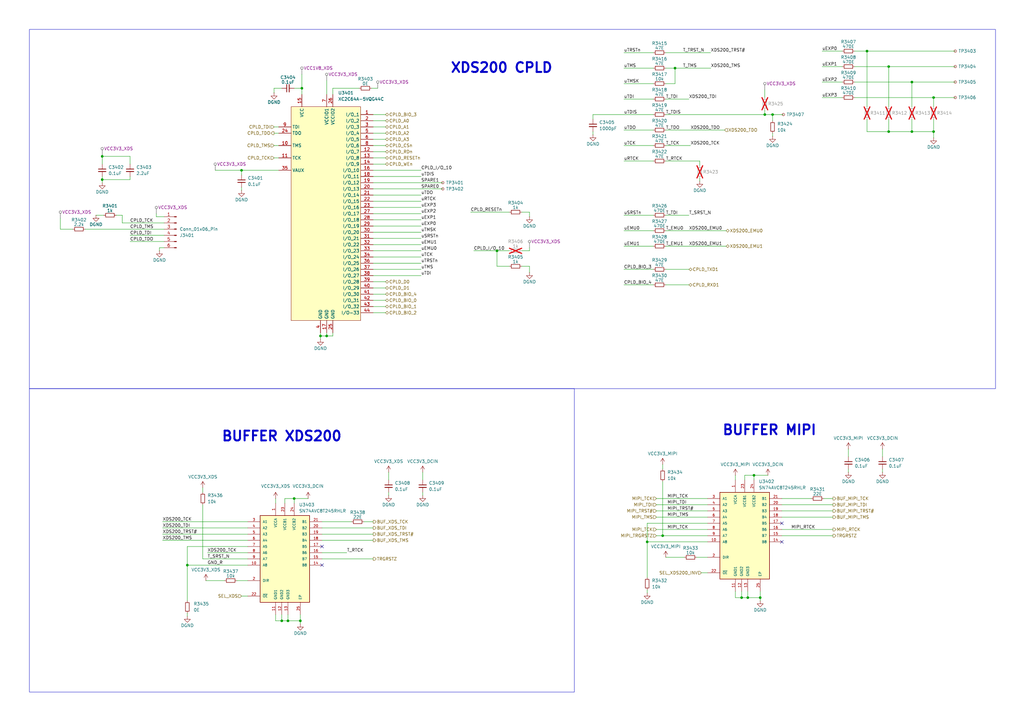
<source format=kicad_sch>
(kicad_sch (version 20250114) (generator "eeschema") (generator_version "9.0")
  (paper "A3")
  (title_block (title "Barre de son (base saine)") (date "2025-05-16") (rev "1.0") (company "NDH"))
  (lib_symbols
    (symbol "Connector:Conn_01x06_Pin" (pin_names (offset 1.016) (hide yes))
      (property "Reference" "J" (at 0 7.62 0))
      (property "Value" "Conn_01x06_Pin" (at 0 -10.16 0))
      (symbol "Conn_01x06_Pin_1_1"
        (pin passive line (at 5.08 5.08 180) (length 3.81) (name "Pin_1") (number "1"))
        (pin passive line (at 5.08 2.54 180) (length 3.81) (name "Pin_2") (number "2"))
        (pin passive line (at 5.08 0 180) (length 3.81) (name "Pin_3") (number "3"))
        (pin passive line (at 5.08 -2.54 180) (length 3.81) (name "Pin_4") (number "4"))
        (pin passive line (at 5.08 -5.08 180) (length 3.81) (name "Pin_5") (number "5"))
        (pin passive line (at 5.08 -7.62 180) (length 3.81) (name "Pin_6") (number "6"))
      )
    )
    (symbol "Connector:TestPoint_Small" (pin_numbers (hide yes)) (pin_names (offset 0.762) (hide yes))
      (property "Reference" "TP" (at 0 3.81 0))
      (property "Value" "TestPoint_Small" (at 0 2.032 0))
      (symbol "TestPoint_Small_1_1"
        (pin passive line (at 0 0 90) (length 0) (name "1") (number "1"))
      )
    )
    (symbol "Device:C_Small" (pin_numbers (hide yes)) (pin_names (offset 0.254) (hide yes))
      (property "Reference" "C" (at 0.254 1.778 0))
      (property "Value" "C_Small" (at 0.254 -2.032 0))
      (symbol "C_Small_1_1"
        (pin passive line (at 0 2.54 270) (length 2.032) (name "~") (number "1"))
        (pin passive line (at 0 -2.54 90) (length 2.032) (name "~") (number "2"))
      )
    )
    (symbol "Device:R_Small" (pin_numbers (hide yes)) (pin_names (offset 0.254) (hide yes))
      (property "Reference" "R" (at 0.762 0.508 0))
      (property "Value" "R_Small" (at 0.762 -1.016 0))
      (symbol "R_Small_1_1"
        (pin passive line (at 0 2.54 270) (length 0.762) (name "~") (number "1"))
        (pin passive line (at 0 -2.54 90) (length 0.762) (name "~") (number "2"))
      )
    )
    (symbol "Libglobal:SN74AVC8T245RHLR" (pin_names (offset 1.016))
      (property "Reference" "U" (at 20.066 -4.064 0))
      (property "Value" "SN74AVC8T245RHLR" (at 11.684 -4.826 0))
      (symbol "SN74AVC8T245RHLR_0_0"
        (pin bidirectional line (at -15.24 25.4 0) (length 5.08) (name "A1") (number "3"))
        (pin bidirectional line (at -15.24 22.86 0) (length 5.08) (name "A2") (number "4"))
        (pin bidirectional line (at -15.24 20.32 0) (length 5.08) (name "A3") (number "5"))
        (pin bidirectional line (at -15.24 17.78 0) (length 5.08) (name "A4") (number "6"))
        (pin bidirectional line (at -15.24 15.24 0) (length 5.08) (name "A5") (number "7"))
        (pin bidirectional line (at -15.24 12.7 0) (length 5.08) (name "A6") (number "8"))
        (pin bidirectional line (at -15.24 10.16 0) (length 5.08) (name "A7") (number "9"))
        (pin bidirectional line (at -15.24 7.62 0) (length 5.08) (name "A8") (number "10"))
        (pin input line (at -15.24 1.27 0) (length 5.08) (name "DIR") (number "2"))
        (pin input line (at -15.24 -5.08 0) (length 5.08) (name "~{OE}") (number "22"))
        (pin power_in line (at -3.81 33.02 270) (length 5.08) (name "VCCA") (number "1"))
        (pin bidirectional line (at 15.24 25.4 180) (length 5.08) (name "B1") (number "21"))
        (pin bidirectional line (at 15.24 22.86 180) (length 5.08) (name "B2") (number "20"))
        (pin bidirectional line (at 15.24 20.32 180) (length 5.08) (name "B3") (number "19"))
        (pin bidirectional line (at 15.24 17.78 180) (length 5.08) (name "B4") (number "18"))
        (pin bidirectional line (at 15.24 15.24 180) (length 5.08) (name "B5") (number "17"))
        (pin bidirectional line (at 15.24 12.7 180) (length 5.08) (name "B6") (number "16"))
        (pin bidirectional line (at 15.24 10.16 180) (length 5.08) (name "B7") (number "15"))
        (pin bidirectional line (at 15.24 7.62 180) (length 5.08) (name "B8") (number "14"))
      )
      (symbol "SN74AVC8T245RHLR_1_0"
        (pin power_in line (at -3.81 -12.7 90) (length 5.08) (name "GND1") (number "11"))
        (pin power_in line (at -1.27 -12.7 90) (length 5.08) (name "GND2") (number "12"))
        (pin power_in line (at 0 33.02 270) (length 5.08) (name "VCCB1") (number "23"))
        (pin power_in line (at 1.27 -12.7 90) (length 5.08) (name "GND3") (number "13"))
        (pin power_in line (at 3.81 33.02 270) (length 5.08) (name "VCCB2") (number "24"))
        (pin passive line (at 6.35 -12.7 90) (length 5.08) (name "EP") (number "25"))
      )
    )
    (symbol "Libglobal:XC2C64A-5VQG44C"
      (property "Reference" "U" (at -11.176 30.48 0))
      (property "Value" "XC2C64A-5VQG44C" (at -11.176 27.94 0))
      (symbol "XC2C64A-5VQG44C_1_1"
        (pin passive line (at 1.905 16.51 0) (length 5.08) (name "TDI") (number "9"))
        (pin passive line (at 1.905 13.97 0) (length 5.08) (name "TDO") (number "24"))
        (pin passive line (at 1.905 8.89 0) (length 5.08) (name "TMS") (number "10"))
        (pin passive line (at 1.905 3.81 0) (length 5.08) (name "TCK") (number "11"))
        (pin passive line (at 1.905 -1.27 0) (length 5.08) (name "VAUX") (number "35"))
        (pin passive line (at 11.43 29.845 270) (length 5.08) (name "VCC") (number "15"))
        (pin passive line (at 19.05 -67.945 90) (length 5.08) (name "GND") (number "4"))
        (pin passive line (at 21.59 29.845 270) (length 5.08) (name "VCCIO1") (number "7"))
        (pin passive line (at 21.59 -67.945 90) (length 5.08) (name "GND") (number "17"))
        (pin passive line (at 24.13 29.845 270) (length 5.08) (name "VCCIO2") (number "26"))
        (pin passive line (at 24.13 -67.945 90) (length 5.08) (name "GND") (number "25"))
        (pin passive line (at 40.64 21.59 180) (length 5.08) (name "I/O_1") (number "1"))
        (pin passive line (at 40.64 19.05 180) (length 5.08) (name "I/O_2") (number "2"))
        (pin passive line (at 40.64 16.51 180) (length 5.08) (name "I/O_3") (number "3"))
        (pin passive line (at 40.64 13.97 180) (length 5.08) (name "I/O_4") (number "5"))
        (pin passive line (at 40.64 11.43 180) (length 5.08) (name "I/O_5") (number "6"))
        (pin passive line (at 40.64 8.89 180) (length 5.08) (name "I/O_6") (number "8"))
        (pin passive line (at 40.64 6.35 180) (length 5.08) (name "I/O_7") (number "12"))
        (pin passive line (at 40.64 3.81 180) (length 5.08) (name "I/O_8") (number "13"))
        (pin passive line (at 40.64 1.27 180) (length 5.08) (name "I/O_9") (number "14"))
        (pin passive line (at 40.64 -1.27 180) (length 5.08) (name "I/O_10") (number "16"))
        (pin passive line (at 40.64 -3.81 180) (length 5.08) (name "I/O_11") (number "18"))
        (pin passive line (at 40.64 -6.35 180) (length 5.08) (name "I/O_12") (number "19"))
        (pin passive line (at 40.64 -8.89 180) (length 5.08) (name "I/O_13") (number "20"))
        (pin passive line (at 40.64 -11.43 180) (length 5.08) (name "I/O_14") (number "21"))
        (pin passive line (at 40.64 -13.97 180) (length 5.08) (name "I/O_15") (number "22"))
        (pin passive line (at 40.64 -16.51 180) (length 5.08) (name "I/O_16") (number "23"))
        (pin passive line (at 40.64 -19.05 180) (length 5.08) (name "I/O_17") (number "27"))
        (pin passive line (at 40.64 -21.59 180) (length 5.08) (name "I/O_18") (number "28"))
        (pin passive line (at 40.64 -24.13 180) (length 5.08) (name "I/O_19") (number "29"))
        (pin passive line (at 40.64 -26.67 180) (length 5.08) (name "I/O_20") (number "30"))
        (pin passive line (at 40.64 -29.21 180) (length 5.08) (name "I/O_21") (number "31"))
        (pin passive line (at 40.64 -31.75 180) (length 5.08) (name "I/O_22") (number "32"))
        (pin passive line (at 40.64 -34.29 180) (length 5.08) (name "I/O_23") (number "33"))
        (pin passive line (at 40.64 -36.83 180) (length 5.08) (name "I/O_24") (number "34"))
        (pin passive line (at 40.64 -39.37 180) (length 5.08) (name "I/O_25") (number "36"))
        (pin passive line (at 40.64 -41.91 180) (length 5.08) (name "I/O_26") (number "37"))
        (pin passive line (at 40.64 -44.45 180) (length 5.08) (name "I/O_27") (number "38"))
        (pin passive line (at 40.64 -46.99 180) (length 5.08) (name "I/O_28") (number "39"))
        (pin passive line (at 40.64 -49.53 180) (length 5.08) (name "I/O_29") (number "40"))
        (pin passive line (at 40.64 -52.07 180) (length 5.08) (name "I/O_30") (number "41"))
        (pin passive line (at 40.64 -54.61 180) (length 5.08) (name "I/O_31") (number "42"))
        (pin passive line (at 40.64 -57.15 180) (length 5.08) (name "I/O_32") (number "43"))
        (pin passive line (at 40.64 -59.69 180) (length 5.08) (name "I/O-33") (number "44"))
      )
    )
    (symbol "power:+1V0" (power) (pin_numbers (hide yes)) (pin_names (offset 0) (hide yes))
      (property "Value" "+1V0" (at 0 3.556 0))
      (symbol "+1V0_1_1"
        (pin power_in line (at 0 0 90) (length 0) (name "~") (number "1"))
      )
    )
    (symbol "power:GND" (power) (pin_numbers (hide yes)) (pin_names (offset 0) (hide yes))
      (property "Value" "GND" (at 0 -3.81 0))
      (symbol "GND_1_1"
        (pin power_in line (at 0 0 270) (length 0) (name "~") (number "1"))
      )
    )
  )
  (rectangle (start 12.065 12.065) (end 408.305 159.385))
  (rectangle (start 12.065 159.385) (end 235.585 283.845))
  (text "XDS200 CPLD\n" (at 205.74 27.94 0) (effects (font (size 4 4) (thickness 0.8) (bold yes))))
  (text "BUFFER XDS200" (at 115.57 179.07 0) (effects (font (size 4 4) (thickness 0.8) (bold yes))))
  (text "BUFFER MIPI" (at 315.595 176.53 0) (effects (font (size 4 4) (thickness 0.8) (bold yes))))
  (junction (at 364.49 53.975))
  (junction (at 118.11 254.635))
  (junction (at 313.69 46.99))
  (junction (at 265.43 222.25))
  (junction (at 382.905 40.005))
  (junction (at 355.6 20.955))
  (junction (at 382.905 53.975))
  (junction (at 41.91 64.135))
  (junction (at 41.91 73.66))
  (junction (at 374.015 53.975))
  (junction (at 271.78 219.71))
  (junction (at 203.835 102.87))
  (junction (at 123.19 254.635))
  (junction (at 304.165 245.11))
  (junction (at 133.985 137.795))
  (junction (at 123.825 36.195))
  (junction (at 309.245 194.945))
  (junction (at 276.86 27.94))
  (junction (at 364.49 27.305))
  (junction (at 306.705 245.11))
  (junction (at 131.445 137.795))
  (junction (at 99.06 69.85))
  (junction (at 76.835 231.775))
  (junction (at 316.865 46.99))
  (junction (at 374.015 33.655))
  (junction (at 120.65 204.47))
  (junction (at 311.785 245.11))
  (junction (at 115.57 254.635))
  (no_connect (at 320.675 214.63))
  (no_connect (at 132.08 231.775))
  (no_connect (at 132.08 224.155))
  (no_connect (at 320.675 222.25))
  (wire (pts (xy 364.49 48.895) (xy 364.49 53.975)))
  (wire (pts (xy 50.165 88.265) (xy 50.165 91.44)))
  (wire (pts (xy 313.69 45.085) (xy 313.69 46.99)))
  (wire (pts (xy 172.72 113.03) (xy 153.035 113.03)))
  (wire (pts (xy 273.05 59.69) (xy 283.21 59.69)))
  (wire (pts (xy 172.72 95.25) (xy 153.035 95.25)))
  (wire (pts (xy 153.035 64.77) (xy 158.115 64.77)))
  (wire (pts (xy 217.17 86.995) (xy 213.995 86.995)))
  (wire (pts (xy 99.06 244.475) (xy 101.6 244.475)))
  (wire (pts (xy 364.49 53.975) (xy 355.6 53.975)))
  (wire (pts (xy 172.72 72.39) (xy 153.035 72.39)))
  (wire (pts (xy 120.65 204.47) (xy 120.65 206.375)))
  (wire (pts (xy 269.24 207.01) (xy 290.195 207.01)))
  (wire (pts (xy 382.905 56.515) (xy 382.905 53.975)))
  (wire (pts (xy 193.04 86.995) (xy 208.915 86.995)))
  (wire (pts (xy 276.86 34.29) (xy 276.86 27.94)))
  (wire (pts (xy 53.34 73.66) (xy 41.91 73.66)))
  (wire (pts (xy 347.98 184.15) (xy 347.98 187.325)))
  (wire (pts (xy 276.86 27.94) (xy 291.5415 27.94)))
  (wire (pts (xy 255.905 116.84) (xy 267.97 116.84)))
  (wire (pts (xy 76.835 252.73) (xy 76.835 251.46)))
  (wire (pts (xy 84.455 238.125) (xy 92.075 238.125)))
  (wire (pts (xy 112.395 36.195) (xy 115.57 36.195)))
  (wire (pts (xy 113.03 254.635) (xy 113.03 252.095)))
  (wire (pts (xy 147.32 36.195) (xy 136.525 36.195)))
  (wire (pts (xy 136.525 137.795) (xy 133.985 137.795)))
  (wire (pts (xy 41.91 64.135) (xy 41.91 67.31)))
  (wire (pts (xy 172.72 90.17) (xy 153.035 90.17)))
  (wire (pts (xy 350.52 40.005) (xy 382.905 40.005)))
  (wire (pts (xy 316.865 46.99) (xy 321.31 46.99)))
  (wire (pts (xy 66.675 213.995) (xy 101.6 213.995)))
  (wire (pts (xy 152.4 36.195) (xy 154.94 36.195)))
  (wire (pts (xy 83.185 229.235) (xy 101.6 229.235)))
  (wire (pts (xy 374.015 33.655) (xy 374.015 43.815)))
  (wire (pts (xy 255.905 88.265) (xy 267.97 88.265)))
  (wire (pts (xy 172.72 102.87) (xy 153.035 102.87)))
  (wire (pts (xy 34.925 93.98) (xy 67.31 93.98)))
  (wire (pts (xy 273.05 21.59) (xy 291.465 21.59)))
  (wire (pts (xy 301.625 245.11) (xy 301.625 242.57)))
  (wire (pts (xy 24.765 93.98) (xy 29.845 93.98)))
  (wire (pts (xy 341.63 207.01) (xy 320.675 207.01)))
  (wire (pts (xy 265.43 214.63) (xy 290.195 214.63)))
  (wire (pts (xy 355.6 20.955) (xy 355.6 43.815)))
  (wire (pts (xy 50.165 91.44) (xy 67.31 91.44)))
  (wire (pts (xy 173.355 193.675) (xy 173.355 196.85)))
  (wire (pts (xy 337.185 20.955) (xy 345.44 20.955)))
  (wire (pts (xy 153.035 123.19) (xy 158.115 123.19)))
  (wire (pts (xy 132.08 226.695) (xy 142.24 226.695)))
  (wire (pts (xy 203.835 102.87) (xy 208.915 102.87)))
  (wire (pts (xy 255.905 27.94) (xy 267.97 27.94)))
  (wire (pts (xy 271.78 219.71) (xy 290.195 219.71)))
  (wire (pts (xy 153.035 221.615) (xy 132.08 221.615)))
  (wire (pts (xy 53.34 72.39) (xy 53.34 73.66)))
  (wire (pts (xy 172.72 110.49) (xy 153.035 110.49)))
  (wire (pts (xy 83.185 200.025) (xy 83.185 201.93)))
  (wire (pts (xy 341.63 219.71) (xy 320.675 219.71)))
  (wire (pts (xy 255.905 100.965) (xy 267.97 100.965)))
  (wire (pts (xy 133.985 136.525) (xy 133.985 137.795)))
  (wire (pts (xy 255.905 59.69) (xy 267.97 59.69)))
  (wire (pts (xy 255.905 21.59) (xy 267.97 21.59)))
  (wire (pts (xy 217.17 111.76) (xy 217.17 109.22)))
  (wire (pts (xy 269.24 209.55) (xy 290.195 209.55)))
  (wire (pts (xy 53.34 96.52) (xy 67.31 96.52)))
  (wire (pts (xy 133.985 33.02) (xy 133.985 38.735)))
  (wire (pts (xy 350.52 27.305) (xy 364.49 27.305)))
  (wire (pts (xy 306.705 245.11) (xy 304.165 245.11)))
  (wire (pts (xy 136.525 36.195) (xy 136.525 38.735)))
  (wire (pts (xy 271.78 197.485) (xy 271.78 219.71)))
  (wire (pts (xy 41.91 73.66) (xy 41.91 72.39)))
  (wire (pts (xy 382.905 40.005) (xy 391.795 40.005)))
  (wire (pts (xy 265.43 222.25) (xy 265.43 236.855)))
  (wire (pts (xy 113.03 204.47) (xy 113.03 206.375)))
  (wire (pts (xy 172.72 97.79) (xy 153.035 97.79)))
  (wire (pts (xy 47.625 88.265) (xy 50.165 88.265)))
  (wire (pts (xy 153.035 229.235) (xy 132.08 229.235)))
  (wire (pts (xy 332.74 204.47) (xy 320.675 204.47)))
  (wire (pts (xy 313.69 36.83) (xy 313.69 40.005)))
  (wire (pts (xy 337.185 33.655) (xy 345.44 33.655)))
  (wire (pts (xy 316.865 55.88) (xy 316.865 54.61)))
  (wire (pts (xy 194.31 102.87) (xy 203.835 102.87)))
  (wire (pts (xy 273.05 110.49) (xy 282.575 110.49)))
  (wire (pts (xy 374.015 48.895) (xy 374.015 53.975)))
  (wire (pts (xy 172.72 92.71) (xy 153.035 92.71)))
  (wire (pts (xy 172.72 82.55) (xy 153.035 82.55)))
  (wire (pts (xy 153.035 115.57) (xy 158.115 115.57)))
  (wire (pts (xy 243.205 55.245) (xy 243.205 53.975)))
  (wire (pts (xy 181.61 74.93) (xy 153.035 74.93)))
  (wire (pts (xy 153.035 219.075) (xy 132.08 219.075)))
  (wire (pts (xy 273.05 94.615) (xy 297.815 94.615)))
  (wire (pts (xy 153.035 128.27) (xy 158.115 128.27)))
  (wire (pts (xy 123.825 36.195) (xy 123.825 38.735)))
  (wire (pts (xy 382.905 48.895) (xy 382.905 53.975)))
  (wire (pts (xy 255.905 66.04) (xy 267.97 66.04)))
  (wire (pts (xy 269.24 219.71) (xy 271.78 219.71)))
  (wire (pts (xy 269.24 212.09) (xy 290.195 212.09)))
  (wire (pts (xy 123.19 252.095) (xy 123.19 254.635)))
  (wire (pts (xy 112.395 64.77) (xy 114.3 64.77)))
  (wire (pts (xy 255.905 110.49) (xy 267.97 110.49)))
  (wire (pts (xy 64.135 88.9) (xy 67.31 88.9)))
  (wire (pts (xy 66.675 221.615) (xy 101.6 221.615)))
  (wire (pts (xy 83.185 207.01) (xy 83.185 229.235)))
  (wire (pts (xy 355.6 20.955) (xy 391.795 20.955)))
  (wire (pts (xy 382.905 40.005) (xy 382.905 43.815)))
  (wire (pts (xy 265.43 243.205) (xy 265.43 241.935)))
  (wire (pts (xy 159.385 193.675) (xy 159.385 196.85)))
  (wire (pts (xy 99.06 71.755) (xy 99.06 69.85)))
  (wire (pts (xy 269.24 204.47) (xy 290.195 204.47)))
  (wire (pts (xy 311.785 242.57) (xy 311.785 245.11)))
  (wire (pts (xy 66.675 216.535) (xy 101.6 216.535)))
  (wire (pts (xy 112.395 52.07) (xy 114.3 52.07)))
  (wire (pts (xy 306.705 245.11) (xy 306.705 242.57)))
  (wire (pts (xy 255.905 34.29) (xy 267.97 34.29)))
  (wire (pts (xy 276.86 27.94) (xy 273.05 27.94)))
  (wire (pts (xy 112.395 54.61) (xy 114.3 54.61)))
  (wire (pts (xy 309.245 194.945) (xy 309.245 196.85)))
  (wire (pts (xy 350.52 33.655) (xy 374.015 33.655)))
  (wire (pts (xy 301.625 194.945) (xy 301.625 196.85)))
  (wire (pts (xy 273.05 46.99) (xy 313.69 46.99)))
  (wire (pts (xy 101.6 231.775) (xy 76.835 231.775)))
  (wire (pts (xy 99.06 78.105) (xy 99.06 76.835)))
  (wire (pts (xy 85.09 226.695) (xy 101.6 226.695)))
  (wire (pts (xy 153.035 125.73) (xy 158.115 125.73)))
  (wire (pts (xy 153.035 216.535) (xy 132.08 216.535)))
  (wire (pts (xy 337.185 27.305) (xy 345.44 27.305)))
  (wire (pts (xy 144.145 213.995) (xy 132.08 213.995)))
  (wire (pts (xy 361.95 193.675) (xy 361.95 192.405)))
  (wire (pts (xy 316.865 46.99) (xy 316.865 49.53)))
  (wire (pts (xy 290.195 222.25) (xy 265.43 222.25)))
  (wire (pts (xy 41.91 64.135) (xy 41.91 63.5)))
  (wire (pts (xy 153.035 77.47) (xy 181.61 77.47)))
  (wire (pts (xy 133.985 137.795) (xy 131.445 137.795)))
  (wire (pts (xy 153.035 54.61) (xy 158.115 54.61)))
  (wire (pts (xy 382.905 53.975) (xy 374.015 53.975)))
  (wire (pts (xy 116.84 204.47) (xy 120.65 204.47)))
  (wire (pts (xy 172.72 80.01) (xy 153.035 80.01)))
  (wire (pts (xy 153.035 62.23) (xy 158.115 62.23)))
  (wire (pts (xy 285.75 228.6) (xy 290.195 228.6)))
  (wire (pts (xy 112.395 38.1) (xy 112.395 36.195)))
  (wire (pts (xy 273.05 40.64) (xy 282.575 40.64)))
  (wire (pts (xy 313.69 46.99) (xy 316.865 46.99)))
  (wire (pts (xy 115.57 254.635) (xy 115.57 252.095)))
  (wire (pts (xy 172.72 87.63) (xy 153.035 87.63)))
  (wire (pts (xy 123.19 254.635) (xy 118.11 254.635)))
  (wire (pts (xy 172.72 100.33) (xy 153.035 100.33)))
  (wire (pts (xy 337.185 40.005) (xy 345.44 40.005)))
  (wire (pts (xy 123.19 255.905) (xy 123.19 254.635)))
  (wire (pts (xy 311.785 245.11) (xy 306.705 245.11)))
  (wire (pts (xy 116.84 206.375) (xy 116.84 204.47)))
  (wire (pts (xy 53.34 99.06) (xy 67.31 99.06)))
  (wire (pts (xy 273.05 34.29) (xy 276.86 34.29)))
  (wire (pts (xy 255.905 94.615) (xy 267.97 94.615)))
  (wire (pts (xy 217.17 101.6) (xy 217.17 102.87)))
  (wire (pts (xy 76.835 224.155) (xy 101.6 224.155)))
  (wire (pts (xy 273.05 53.34) (xy 297.18 53.34)))
  (wire (pts (xy 172.72 105.41) (xy 153.035 105.41)))
  (wire (pts (xy 374.015 53.975) (xy 364.49 53.975)))
  (wire (pts (xy 99.06 69.85) (xy 114.3 69.85)))
  (wire (pts (xy 350.52 20.955) (xy 355.6 20.955)))
  (wire (pts (xy 347.98 193.675) (xy 347.98 192.405)))
  (wire (pts (xy 364.49 27.305) (xy 391.795 27.305)))
  (wire (pts (xy 273.05 100.965) (xy 297.815 100.965)))
  (wire (pts (xy 287.655 234.95) (xy 290.195 234.95)))
  (wire (pts (xy 273.05 88.265) (xy 282.575 88.265)))
  (wire (pts (xy 341.63 212.09) (xy 320.675 212.09)))
  (wire (pts (xy 97.155 238.125) (xy 101.6 238.125)))
  (wire (pts (xy 153.035 57.15) (xy 158.115 57.15)))
  (wire (pts (xy 265.43 214.63) (xy 265.43 222.25)))
  (wire (pts (xy 126.365 204.47) (xy 120.65 204.47)))
  (wire (pts (xy 159.385 203.2) (xy 159.385 201.93)))
  (wire (pts (xy 115.57 254.635) (xy 113.03 254.635)))
  (wire (pts (xy 53.34 64.135) (xy 41.91 64.135)))
  (wire (pts (xy 314.96 194.945) (xy 309.245 194.945)))
  (wire (pts (xy 118.11 254.635) (xy 118.11 252.095)))
  (wire (pts (xy 112.395 59.69) (xy 114.3 59.69)))
  (wire (pts (xy 153.035 67.31) (xy 158.115 67.31)))
  (wire (pts (xy 39.37 88.265) (xy 42.545 88.265)))
  (wire (pts (xy 153.035 52.07) (xy 158.115 52.07)))
  (wire (pts (xy 65.405 101.6) (xy 67.31 101.6)))
  (wire (pts (xy 123.825 30.48) (xy 123.825 36.195)))
  (wire (pts (xy 320.675 217.17) (xy 341.63 217.17)))
  (wire (pts (xy 217.17 88.9) (xy 217.17 86.995)))
  (wire (pts (xy 305.435 194.945) (xy 309.245 194.945)))
  (wire (pts (xy 271.78 190.5) (xy 271.78 192.405)))
  (wire (pts (xy 255.905 40.64) (xy 267.97 40.64)))
  (wire (pts (xy 255.905 53.34) (xy 267.97 53.34)))
  (wire (pts (xy 287.02 67.945) (xy 287.02 66.04)))
  (wire (pts (xy 341.63 209.55) (xy 320.675 209.55)))
  (wire (pts (xy 153.035 120.65) (xy 158.115 120.65)))
  (wire (pts (xy 76.835 231.775) (xy 76.835 246.38)))
  (wire (pts (xy 217.17 102.87) (xy 213.995 102.87)))
  (wire (pts (xy 269.24 217.17) (xy 290.195 217.17)))
  (wire (pts (xy 41.91 74.93) (xy 41.91 73.66)))
  (wire (pts (xy 355.6 48.895) (xy 355.6 53.975)))
  (wire (pts (xy 304.165 245.11) (xy 301.625 245.11)))
  (wire (pts (xy 243.205 46.99) (xy 267.97 46.99)))
  (wire (pts (xy 305.435 196.85) (xy 305.435 194.945)))
  (wire (pts (xy 287.02 74.295) (xy 287.02 73.025)))
  (wire (pts (xy 76.835 224.155) (xy 76.835 231.775)))
  (wire (pts (xy 65.405 102.87) (xy 65.405 101.6)))
  (wire (pts (xy 131.445 139.065) (xy 131.445 137.795)))
  (wire (pts (xy 208.915 109.22) (xy 203.835 109.22)))
  (wire (pts (xy 120.65 36.195) (xy 123.825 36.195)))
  (wire (pts (xy 131.445 137.795) (xy 131.445 136.525)))
  (wire (pts (xy 273.05 116.84) (xy 282.575 116.84)))
  (wire (pts (xy 153.035 118.11) (xy 158.115 118.11)))
  (wire (pts (xy 153.035 49.53) (xy 158.115 49.53)))
  (wire (pts (xy 172.72 107.95) (xy 153.035 107.95)))
  (wire (pts (xy 203.835 109.22) (xy 203.835 102.87)))
  (wire (pts (xy 361.95 184.15) (xy 361.95 187.325)))
  (wire (pts (xy 118.11 254.635) (xy 115.57 254.635)))
  (wire (pts (xy 311.785 246.38) (xy 311.785 245.11)))
  (wire (pts (xy 374.015 33.655) (xy 391.795 33.655)))
  (wire (pts (xy 304.165 245.11) (xy 304.165 242.57)))
  (wire (pts (xy 153.035 59.69) (xy 158.115 59.69)))
  (wire (pts (xy 24.765 89.535) (xy 24.765 93.98)))
  (wire (pts (xy 153.035 46.99) (xy 158.115 46.99)))
  (wire (pts (xy 172.72 69.85) (xy 153.035 69.85)))
  (wire (pts (xy 64.135 87.63) (xy 64.135 88.9)))
  (wire (pts (xy 53.34 67.31) (xy 53.34 64.135)))
  (wire (pts (xy 172.72 85.09) (xy 153.035 85.09)))
  (wire (pts (xy 243.205 48.895) (xy 243.205 46.99)))
  (wire (pts (xy 88.265 69.85) (xy 99.06 69.85)))
  (wire (pts (xy 287.02 66.04) (xy 273.05 66.04)))
  (wire (pts (xy 136.525 136.525) (xy 136.525 137.795)))
  (wire (pts (xy 173.355 203.2) (xy 173.355 201.93)))
  (wire (pts (xy 66.675 219.075) (xy 101.6 219.075)))
  (wire (pts (xy 364.49 27.305) (xy 364.49 43.815)))
  (wire (pts (xy 153.035 213.995) (xy 149.225 213.995)))
  (wire (pts (xy 273.05 228.6) (xy 280.67 228.6)))
  (wire (pts (xy 341.63 204.47) (xy 337.82 204.47)))
  (wire (pts (xy 217.17 109.22) (xy 213.995 109.22)))
  (label "CPLD_I{slash}O_10" (at 172.72 69.85 0))
  (label "MIPI_TCK" (at 273.685 204.47 0))
  (label "XDS200_TCK" (at 66.675 213.995 0))
  (label "uTCK" (at 172.72 105.41 0))
  (label "XDS200_TDI" (at 282.575 40.64 0))
  (label "uEMU0" (at 172.72 102.87 0))
  (label "SPARE0" (at 172.72 77.47 0))
  (label "uTMSK" (at 172.72 95.25 0))
  (label "uEXP1" (at 337.185 27.305 0))
  (label "CPLD_I{slash}O_10" (at 194.31 102.87 0))
  (label "T_TDO" (at 273.05 53.34 0))
  (label "SPARE1" (at 172.72 74.93 0))
  (label "MIPI_RTCK" (at 324.485 217.17 0))
  (label "T_RTCK" (at 142.24 226.695 0))
  (label "uTDIS" (at 255.905 46.99 0))
  (label "uRTCK" (at 172.72 82.55 0))
  (label "CPLD_TDI" (at 53.34 96.52 0))
  (label "XDS200_TRST#" (at 291.465 21.59 0))
  (label "XDS200_TMS" (at 66.675 221.615 0))
  (label "T_TDI" (at 273.05 88.265 0))
  (label "XDS200_EMU0" (at 282.575 94.615 0))
  (label "T_TMS" (at 280.035 27.94 0))
  (label "MIPI_TCK" (at 273.685 217.17 0))
  (label "T_TDI" (at 273.05 40.64 0))
  (label "T_SRST_N" (at 282.575 88.265 0))
  (label "CPLD_BIO_3" (at 255.905 110.49 0))
  (label "uEXP2" (at 172.72 87.63 0))
  (label "uEMU1" (at 255.905 100.965 0))
  (label "T_RTCK" (at 273.05 66.04 0))
  (label "T_TRST_N" (at 280.035 21.59 0))
  (label "MIPI_TRST#" (at 273.685 209.55 0))
  (label "uEXP2" (at 337.185 33.655 0))
  (label "uTDO" (at 172.72 80.01 0))
  (label "uTMS" (at 172.72 110.49 0))
  (label "uEXP0" (at 337.185 20.955 0))
  (label "uEXP3" (at 337.185 40.005 0))
  (label "T_SRST_N" (at 85.09 229.235 0))
  (label "T_TCK" (at 273.05 59.69 0))
  (label "XDS200_TCK" (at 85.09 226.695 0))
  (label "uRTCK" (at 255.905 66.04 0))
  (label "CPLD_BIO_4" (at 255.905 116.84 0))
  (label "XDS200_TMS" (at 291.5415 27.94 0))
  (label "uSRSTn" (at 255.905 88.265 0))
  (label "GND_R" (at 85.09 231.775 0))
  (label "XDS200_TRST#" (at 66.675 219.075 0))
  (label "CPLD_TDO" (at 53.34 99.06 0))
  (label "uTDI" (at 172.72 113.03 0))
  (label "uTMS" (at 255.905 27.94 0))
  (label "CPLD_TMS" (at 53.34 93.98 0))
  (label "uEXP3" (at 172.72 85.09 0))
  (label "XDS200_EMU1" (at 282.575 100.965 0))
  (label "uTCK" (at 255.905 59.69 0))
  (label "uTDI" (at 255.905 40.64 0))
  (label "T_EMU1" (at 273.05 100.965 0))
  (label "uEMU1" (at 172.72 100.33 0))
  (label "uTDIS" (at 172.72 72.39 0))
  (label "XDS200_TDO" (at 283.21 53.34 0))
  (label "uEXP0" (at 172.72 92.71 0))
  (label "XDS200_TDI" (at 66.675 216.535 0))
  (label "uSRSTn" (at 172.72 97.79 0))
  (label "uEMU0" (at 255.905 94.615 0))
  (label "CPLD_TCK" (at 53.34 91.44 0))
  (label "T_TDIS" (at 273.05 46.99 0))
  (label "XDS200_TCK" (at 283.21 59.69 0))
  (label "uTDO" (at 255.905 53.34 0))
  (label "uEXP1" (at 172.72 90.17 0))
  (label "uTMSK" (at 255.905 34.29 0))
  (label "MIPI_TDI" (at 273.685 207.01 0))
  (label "CPLD_RESETn" (at 193.04 86.995 0))
  (label "MIPI_TMS" (at 273.685 212.09 0))
  (label "T_EMU0" (at 273.05 94.615 0))
  (label "uTRSTn" (at 172.72 107.95 0))
  (label "uTRSTn" (at 255.905 21.59 0))
  (hierarchical_label "CPLD_TDO" (shape output) (at 112.395 54.61 180))
  (hierarchical_label "CPLD_D1" (shape bidirectional) (at 158.115 118.11 0))
  (hierarchical_label "CPLD_D0" (shape bidirectional) (at 158.115 115.57 0))
  (hierarchical_label "CPLD_BIO_1" (shape bidirectional) (at 158.115 125.73 0))
  (hierarchical_label "XDS200_TDO" (shape input) (at 297.18 53.34 0))
  (hierarchical_label "MIPI_TDI" (shape input) (at 269.24 207.01 180))
  (hierarchical_label "CPLD_TXD1" (shape bidirectional) (at 282.575 110.49 0))
  (hierarchical_label "CPLD_TCK" (shape input) (at 112.395 64.77 180))
  (hierarchical_label "MIPI_TRGRSTZ" (shape input) (at 269.24 219.71 180))
  (hierarchical_label "BUF_MIPI_TRST#" (shape output) (at 341.63 209.55 0))
  (hierarchical_label "SEL_XDS200_INV" (shape input) (at 287.655 234.95 180))
  (hierarchical_label "CPLD_A2" (shape bidirectional) (at 158.115 54.61 0))
  (hierarchical_label "TRGRSTZ" (shape output) (at 341.63 219.71 0))
  (hierarchical_label "CPLD_TDI" (shape input) (at 112.395 52.07 180))
  (hierarchical_label "BUF_MIPI_TMS" (shape output) (at 341.63 212.09 0))
  (hierarchical_label "CPLD_RESETn" (shape bidirectional) (at 158.115 64.77 0))
  (hierarchical_label "XDS200_EMU0" (shape bidirectional) (at 297.815 94.615 0))
  (hierarchical_label "BUF_XDS_TRST#" (shape output) (at 153.035 219.075 0))
  (hierarchical_label "CPLD_A1" (shape bidirectional) (at 158.115 52.07 0))
  (hierarchical_label "BUF_MIPI_TCK" (shape output) (at 341.63 204.47 0))
  (hierarchical_label "CPLD_WEn" (shape bidirectional) (at 158.115 67.31 0))
  (hierarchical_label "SEL_XDS" (shape input) (at 99.06 244.475 180))
  (hierarchical_label "CPLD_RXD1" (shape bidirectional) (at 282.575 116.84 0))
  (hierarchical_label "CPLD_A0" (shape bidirectional) (at 158.115 49.53 0))
  (hierarchical_label "MIPI_TMS" (shape input) (at 269.24 212.09 180))
  (hierarchical_label "CPLD_BIO_4" (shape bidirectional) (at 158.115 120.65 0))
  (hierarchical_label "MIPI_TCK" (shape input) (at 269.24 204.47 180))
  (hierarchical_label "CPLD_BIO_2" (shape bidirectional) (at 158.115 128.27 0))
  (hierarchical_label "CPLD_A3" (shape bidirectional) (at 158.115 57.15 0))
  (hierarchical_label "CPLD_TMS" (shape input) (at 112.395 59.69 180))
  (hierarchical_label "BUF_MIPI_TDI" (shape output) (at 341.63 207.01 0))
  (hierarchical_label "XDS200_EMU1" (shape bidirectional) (at 297.815 100.965 0))
  (hierarchical_label "BUF_XDS_TCK" (shape output) (at 153.035 213.995 0))
  (hierarchical_label "MIPI_TCK" (shape input) (at 269.24 217.17 180))
  (hierarchical_label "MIPI_TRST#" (shape input) (at 269.24 209.55 180))
  (hierarchical_label "TRGRSTZ" (shape output) (at 153.035 229.235 0))
  (hierarchical_label "CPLD_BIO_0" (shape bidirectional) (at 158.115 123.19 0))
  (hierarchical_label "CPLD_RDn" (shape bidirectional) (at 158.115 62.23 0))
  (hierarchical_label "CPLD_CSn" (shape bidirectional) (at 158.115 59.69 0))
  (hierarchical_label "BUF_XDS_TDI" (shape output) (at 153.035 216.535 0))
  (hierarchical_label "BUF_XDS_TMS" (shape output) (at 153.035 221.615 0))
  (hierarchical_label "MIPI_RTCK" (shape output) (at 341.63 217.17 0))
  (hierarchical_label "CPLD_BIO_3" (shape bidirectional) (at 158.115 46.99 0))
  (netclass_flag "" (length 2.54) (shape round) (at 217.17 101.6 0) (property "Netclass" "VCC3V3_XDS" (at 217.8685 99.06 0) (effects (justify left))))
  (netclass_flag "" (length 2.54) (shape round) (at 313.69 36.83 0) (property "Netclass" "VCC3V3_XDS" (at 314.3885 34.29 0) (effects (justify left))))
  (netclass_flag "" (length 2.54) (shape round) (at 64.135 87.63 0) (property "Netclass" "VCC3V3_XDS" (at 64.8335 85.09 0) (effects (justify left))))
  (netclass_flag "" (length 2.54) (shape round) (at 154.94 36.195 0) (property "Netclass" "VCC3V3_XDS" (at 155.6385 33.655 0) (effects (justify left))))
  (netclass_flag "" (length 2.54) (shape round) (at 24.765 89.535 0) (property "Netclass" "VCC3V3_XDS" (at 25.4635 86.995 0) (effects (justify left))))
  (netclass_flag "" (length 2.54) (shape round) (at 41.91 63.5 0) (property "Netclass" "VCC3V3_XDS" (at 42.6085 60.96 0) (effects (justify left))))
  (netclass_flag "" (length 2.54) (shape round) (at 133.985 33.02 0) (property "Netclass" "VCC3V3_XDS" (at 134.6835 30.48 0) (effects (justify left))))
  (netclass_flag "" (length 2.54) (shape round) (at 123.825 30.48 0) (property "Netclass" "VCC1V8_XDS" (at 124.5235 27.94 0) (effects (justify left))))
  (netclass_flag "" (length 2.54) (shape round) (at 88.265 69.85 0) (property "Netclass" "VCC3V3_XDS" (at 88.9635 67.31 0) (effects (justify left))))
  (symbol (lib_id "Device:C_Small") (at 53.34 69.85 0) (unit 1)
    (property "Reference" "C3403" (at 55.88 68.5862 0) (effects (justify left)))
    (property "Value" "2.2uF" (at 55.88 71.1262 0) (effects (justify left)))
    (property "Description" "Unpolarized capacitor, small symbol" (effects (hide yes)))
  )
  (symbol (lib_id "power:+1V0") (at 361.95 184.15 0) (unit 1)
    (property "Reference" "#PWR03402" (effects (hide yes)))
    (property "Value" "VCC3V3_DCIN" (at 361.95 179.705 0))
    (property "Description" "Power symbol creates a global label with name \"+1V0\"" (effects (hide yes)))
  )
  (symbol (lib_id "power:GND") (at 39.37 88.265 0) (unit 1)
    (property "Reference" "#PWR0703" (effects (hide yes)))
    (property "Value" "DGND" (at 39.37 92.075 0))
    (property "Description" "Power symbol creates a global label with name \"GND\" , ground" (effects (hide yes)))
  )
  (symbol (lib_id "power:GND") (at 316.865 55.88 0) (unit 1)
    (property "Reference" "#PWR0711" (effects (hide yes)))
    (property "Value" "DGND" (at 316.865 59.69 0))
    (property "Description" "Power symbol creates a global label with name \"GND\" , ground" (effects (hide yes)))
  )
  (symbol (lib_id "power:+1V0") (at 126.365 204.47 0) (unit 1)
    (property "Reference" "#PWR03410" (effects (hide yes)))
    (property "Value" "VCC3V3_DCIN" (at 126.365 199.39 0))
    (property "Description" "Power symbol creates a global label with name \"+1V0\"" (effects (hide yes)))
  )
  (symbol (lib_id "Device:C_Small") (at 99.06 74.295 0) (unit 1)
    (property "Reference" "C3401" (at 101.6 73.0312 0) (effects (justify left)))
    (property "Value" "0.1uF" (at 101.6 75.5712 0) (effects (justify left)))
    (property "Description" "Unpolarized capacitor, small symbol" (effects (hide yes)))
  )
  (symbol (lib_id "Device:R_Small") (at 270.51 40.64 90) (unit 1)
    (property "Reference" "R3418" (at 270.51 36.83 90))
    (property "Value" "47E" (at 270.51 38.735 90))
    (property "Description" "Resistor, small symbol" (effects (hide yes)))
  )
  (symbol (lib_id "Device:C_Small") (at 118.11 36.195 90) (unit 1)
    (property "Reference" "C3404" (at 118.11 31.75 90))
    (property "Value" "0.1uF" (at 118.11 33.655 90))
    (property "Description" "Unpolarized capacitor, small symbol" (effects (hide yes)))
  )
  (symbol (lib_id "power:+1V0") (at 271.78 190.5 0) (unit 1)
    (property "Reference" "#PWR03406" (effects (hide yes)))
    (property "Value" "VCC3V3_MIPI" (at 271.78 186.055 0))
    (property "Description" "Power symbol creates a global label with name \"+1V0\"" (effects (hide yes)))
  )
  (symbol (lib_id "power:GND") (at 217.17 88.9 0) (unit 1)
    (property "Reference" "#PWR0706" (effects (hide yes)))
    (property "Value" "DGND" (at 217.17 92.71 0))
    (property "Description" "Power symbol creates a global label with name \"GND\" , ground" (effects (hide yes)))
  )
  (symbol (lib_id "Device:R_Small") (at 149.86 36.195 90) (unit 1)
    (property "Reference" "R3403" (at 149.86 32.385 90))
    (property "Value" "0E" (at 149.86 34.29 90))
    (property "Description" "Resistor, small symbol" (effects (hide yes)))
  )
  (symbol (lib_id "Connector:TestPoint_Small") (at 391.795 20.955 0) (unit 1)
    (property "Reference" "TP3403" (at 393.065 20.9549 0) (effects (justify left)))
    (property "Value" "TestPoint_Small" (effects (hide yes)))
    (property "Description" "test point" (effects (hide yes)))
  )
  (symbol (lib_id "power:GND") (at 65.405 102.87 0) (unit 1)
    (property "Reference" "#PWR0702" (effects (hide yes)))
    (property "Value" "DGND" (at 65.405 106.68 0))
    (property "Description" "Power symbol creates a global label with name \"GND\" , ground" (effects (hide yes)))
  )
  (symbol (lib_id "Device:R_Small") (at 45.085 88.265 90) (unit 1)
    (property "Reference" "R3401" (at 45.085 84.455 90))
    (property "Value" "1k" (at 45.085 86.36 90))
    (property "Description" "Resistor, small symbol" (effects (hide yes)))
  )
  (symbol (lib_id "Device:R_Small") (at 347.98 20.955 90) (unit 1)
    (property "Reference" "R3407" (at 347.98 17.145 90))
    (property "Value" "470E" (at 347.98 19.05 90))
    (property "Description" "Resistor, small symbol" (effects (hide yes)))
  )
  (symbol (lib_id "power:GND") (at 217.17 111.76 0) (unit 1)
    (property "Reference" "#PWR0707" (effects (hide yes)))
    (property "Value" "DGND" (at 217.17 115.57 0))
    (property "Description" "Power symbol creates a global label with name \"GND\" , ground" (effects (hide yes)))
  )
  (symbol (lib_id "Device:R_Small") (at 270.51 46.99 90) (unit 1)
    (property "Reference" "R3419" (at 270.51 43.18 90))
    (property "Value" "47E" (at 270.51 45.085 90))
    (property "Description" "Resistor, small symbol" (effects (hide yes)))
  )
  (symbol (lib_id "Device:R_Small") (at 270.51 27.94 90) (unit 1)
    (property "Reference" "R3416" (at 270.51 24.13 90))
    (property "Value" "47E" (at 270.51 26.035 90))
    (property "Description" "Resistor, small symbol" (effects (hide yes)))
  )
  (symbol (lib_id "power:GND") (at 99.06 78.105 0) (unit 1)
    (property "Reference" "#PWR0700" (effects (hide yes)))
    (property "Value" "DGND" (at 99.06 81.915 0))
    (property "Description" "Power symbol creates a global label with name \"GND\" , ground" (effects (hide yes)))
  )
  (symbol (lib_id "Libglobal:SN74AVC8T245RHLR") (at 305.435 229.87 0) (unit 1)
    (property "Reference" "U3402" (at 311.2136 197.485 0) (effects (justify left)))
    (property "Value" "SN74AVC8T245RHLR" (at 311.2136 200.025 0) (effects (justify left)))
    (property "Footprint" "SN74AVC8T245RHLR:IC_SN74AVC8T245RHLR" (effects (hide yes)))
    (property "MF" "Texas Instruments" (effects (hide yes)))
    (property "MAXIMUM_PACKAGE_HEIGHT" "1.00mm" (effects (hide yes)))
    (property "Package" "VQFN-24 Texas Instruments" (effects (hide yes)))
    (property "Price" "None" (effects (hide yes)))
    (property "Check_prices" "https://www.snapeda.com/parts/SN74AVC8T245RHLR/Texas+Instruments/view-part/?ref=eda" (effects (hide yes)))
    (property "STANDARD" "Manufacturer Recommendations" (effects (hide yes)))
    (property "PARTREV" "4225250/A 09/2019" (effects (hide yes)))
    (property "SnapEDA_Link" "https://www.snapeda.com/parts/SN74AVC8T245RHLR/Texas+Instruments/view-part/?ref=snap" (effects (hide yes)))
    (property "MP" "SN74AVC8T245RHLR" (effects (hide yes)))
    (property "Description_1" "8-Bit Dual-Supply Bus Transceiver with Configurable Voltage-Level Shifting and 3-State Outputs" (effects (hide yes)))
    (property "Availability" "In Stock" (effects (hide yes)))
    (property "MANUFACTURER" "Texas Instruments" (effects (hide yes)))
  )
  (symbol (lib_id "Device:C_Small") (at 347.98 189.865 0) (unit 1)
    (property "Reference" "C3406" (at 350.52 188.6012 0) (effects (justify left)))
    (property "Value" "0.1uF" (at 350.52 191.1412 0) (effects (justify left)))
    (property "Description" "Unpolarized capacitor, small symbol" (effects (hide yes)))
  )
  (symbol (lib_id "Device:R_Small") (at 347.98 33.655 90) (unit 1)
    (property "Reference" "R3409" (at 347.98 29.845 90))
    (property "Value" "470E" (at 347.98 31.75 90))
    (property "Description" "Resistor, small symbol" (effects (hide yes)))
  )
  (symbol (lib_id "power:GND") (at 265.43 243.205 0) (unit 1)
    (property "Reference" "#PWR0714" (effects (hide yes)))
    (property "Value" "DGND" (at 265.43 247.015 0))
    (property "Description" "Power symbol creates a global label with name \"GND\" , ground" (effects (hide yes)))
  )
  (symbol (lib_id "Connector:Conn_01x06_Pin") (at 72.39 93.98 0) (mirror y) (unit 1)
    (property "Reference" "J3401" (at 73.66 96.5201 0) (effects (justify right)))
    (property "Value" "Conn_01x06_Pin" (at 73.66 93.9801 0) (effects (justify right)))
    (property "Description" "Generic connector, single row, 01x06, script generated" (effects (hide yes)))
  )
  (symbol (lib_id "Device:R_Small") (at 374.015 46.355 0) (unit 1) (dnp yes)
    (property "Reference" "R3413" (at 375.285 46.355 0) (effects (justify left)))
    (property "Value" "R_Small" (effects (hide yes)))
    (property "Description" "Resistor, small symbol" (effects (hide yes)))
  )
  (symbol (lib_id "power:+1V0") (at 314.96 194.945 0) (unit 1)
    (property "Reference" "#PWR03404" (effects (hide yes)))
    (property "Value" "VCC3V3_DCIN" (at 314.96 190.5 0))
    (property "Description" "Power symbol creates a global label with name \"+1V0\"" (effects (hide yes)))
  )
  (symbol (lib_id "Connector:TestPoint_Small") (at 391.795 33.655 0) (unit 1)
    (property "Reference" "TP3405" (at 393.065 33.6549 0) (effects (justify left)))
    (property "Value" "TestPoint_Small" (effects (hide yes)))
    (property "Description" "test point" (effects (hide yes)))
  )
  (symbol (lib_id "power:GND") (at 112.395 38.1 0) (unit 1)
    (property "Reference" "#PWR0705" (effects (hide yes)))
    (property "Value" "DGND" (at 112.395 41.91 0))
    (property "Description" "Power symbol creates a global label with name \"GND\" , ground" (effects (hide yes)))
  )
  (symbol (lib_id "Device:C_Small") (at 243.205 51.435 0) (unit 1)
    (property "Reference" "C3405" (at 245.745 50.1712 0) (effects (justify left)))
    (property "Value" "1000pF" (at 245.745 52.7112 0) (effects (justify left)))
    (property "Description" "Unpolarized capacitor, small symbol" (effects (hide yes)))
  )
  (symbol (lib_id "Device:C_Small") (at 361.95 189.865 0) (unit 1)
    (property "Reference" "C3407" (at 364.49 188.6012 0) (effects (justify left)))
    (property "Value" "0.1uF" (at 364.49 191.1412 0) (effects (justify left)))
    (property "Description" "Unpolarized capacitor, small symbol" (effects (hide yes)))
  )
  (symbol (lib_id "power:GND") (at 347.98 193.675 0) (unit 1)
    (property "Reference" "#PWR0712" (effects (hide yes)))
    (property "Value" "DGND" (at 347.98 197.485 0))
    (property "Description" "Power symbol creates a global label with name \"GND\" , ground" (effects (hide yes)))
  )
  (symbol (lib_id "Libglobal:SN74AVC8T245RHLR") (at 116.84 239.395 0) (unit 1)
    (property "Reference" "U3403" (at 122.6186 207.01 0) (effects (justify left)))
    (property "Value" "SN74AVC8T245RHLR" (at 122.6186 209.55 0) (effects (justify left)))
    (property "Footprint" "SN74AVC8T245RHLR:IC_SN74AVC8T245RHLR" (effects (hide yes)))
    (property "MF" "Texas Instruments" (effects (hide yes)))
    (property "MAXIMUM_PACKAGE_HEIGHT" "1.00mm" (effects (hide yes)))
    (property "Package" "VQFN-24 Texas Instruments" (effects (hide yes)))
    (property "Price" "None" (effects (hide yes)))
    (property "Check_prices" "https://www.snapeda.com/parts/SN74AVC8T245RHLR/Texas+Instruments/view-part/?ref=eda" (effects (hide yes)))
    (property "STANDARD" "Manufacturer Recommendations" (effects (hide yes)))
    (property "PARTREV" "4225250/A 09/2019" (effects (hide yes)))
    (property "SnapEDA_Link" "https://www.snapeda.com/parts/SN74AVC8T245RHLR/Texas+Instruments/view-part/?ref=snap" (effects (hide yes)))
    (property "MP" "SN74AVC8T245RHLR" (effects (hide yes)))
    (property "Description_1" "8-Bit Dual-Supply Bus Transceiver with Configurable Voltage-Level Shifting and 3-State Outputs" (effects (hide yes)))
    (property "Availability" "In Stock" (effects (hide yes)))
    (property "MANUFACTURER" "Texas Instruments" (effects (hide yes)))
  )
  (symbol (lib_id "power:GND") (at 131.445 139.065 0) (unit 1)
    (property "Reference" "#PWR0704" (effects (hide yes)))
    (property "Value" "DGND" (at 131.445 142.875 0))
    (property "Description" "Power symbol creates a global label with name \"GND\" , ground" (effects (hide yes)))
  )
  (symbol (lib_id "Device:R_Small") (at 270.51 100.965 90) (unit 1)
    (property "Reference" "R3428" (at 270.51 97.155 90))
    (property "Value" "470E" (at 270.51 99.06 90))
    (property "Description" "Resistor, small symbol" (effects (hide yes)))
  )
  (symbol (lib_id "Device:R_Small") (at 287.02 70.485 0) (unit 1) (dnp yes)
    (property "Reference" "R3423" (at 288.29 70.485 0) (effects (justify left)))
    (property "Value" "R_Small" (effects (hide yes)))
    (property "Description" "Resistor, small symbol" (effects (hide yes)))
  )
  (symbol (lib_id "Libglobal:XC2C64A-5VQG44C") (at 112.395 68.58 0) (unit 1)
    (property "Reference" "U3401" (at 138.6683 38.1 0) (effects (justify left)))
    (property "Value" "XC2C64A-5VQG44C" (at 138.6683 40.64 0) (effects (justify left)))
    (property "Footprint" "QFP80P1200X1200X120-44N" (effects (hide yes)))
    (property "Datasheet" "http://www.xilinx.com/support/documentation/data_sheets/ds311.pdf" (effects (hide yes)))
    (property "Description" "CPLD - Complex Programmable Logic Devices XC2C64A-5VQG44C" (effects (hide yes)))
    (property "Height" "1.2" (effects (hide yes)))
    (property "Manufacturer_Name" "AMD" (effects (hide yes)))
    (property "Manufacturer_Part_Number" "XC2C64A-5VQG44C" (effects (hide yes)))
    (property "Mouser Part Number" "217-XC2C64A-5VQG44C" (effects (hide yes)))
    (property "Mouser Price/Stock" "https://www.mouser.co.uk/ProductDetail/Xilinx/XC2C64A-5VQG44C?qs=rrS6PyfT74chRX3nHHR3KA%3D%3D" (effects (hide yes)))
  )
  (symbol (lib_id "power:+1V0") (at 84.455 238.125 0) (unit 1)
    (property "Reference" "#PWR03408" (effects (hide yes)))
    (property "Value" "VCC3V3_XDS" (at 84.455 233.68 0))
    (property "Description" "Power symbol creates a global label with name \"+1V0\"" (effects (hide yes)))
  )
  (symbol (lib_id "power:+1V0") (at 173.355 193.675 0) (unit 1)
    (property "Reference" "#PWR03412" (effects (hide yes)))
    (property "Value" "VCC3V3_DCIN" (at 173.355 189.23 0))
    (property "Description" "Power symbol creates a global label with name \"+1V0\"" (effects (hide yes)))
  )
  (symbol (lib_id "power:GND") (at 173.355 203.2 0) (unit 1)
    (property "Reference" "#PWR0719" (effects (hide yes)))
    (property "Value" "DGND" (at 173.355 207.01 0))
    (property "Description" "Power symbol creates a global label with name \"GND\" , ground" (effects (hide yes)))
  )
  (symbol (lib_id "Device:R_Small") (at 335.28 204.47 90) (unit 1)
    (property "Reference" "R3431" (at 335.28 200.66 90))
    (property "Value" "22E" (at 335.28 202.565 90))
    (property "Description" "Resistor, small symbol" (effects (hide yes)))
  )
  (symbol (lib_id "Device:R_Small") (at 364.49 46.355 0) (unit 1) (dnp yes)
    (property "Reference" "R3412" (at 365.76 46.355 0) (effects (justify left)))
    (property "Value" "R_Small" (effects (hide yes)))
    (property "Description" "Resistor, small symbol" (effects (hide yes)))
  )
  (symbol (lib_id "Device:C_Small") (at 159.385 199.39 0) (unit 1)
    (property "Reference" "C3408" (at 161.925 198.1262 0) (effects (justify left)))
    (property "Value" "0.1uF" (at 161.925 200.6662 0) (effects (justify left)))
    (property "Description" "Unpolarized capacitor, small symbol" (effects (hide yes)))
  )
  (symbol (lib_id "Connector:TestPoint_Small") (at 391.795 27.305 0) (unit 1)
    (property "Reference" "TP3404" (at 393.065 27.3049 0) (effects (justify left)))
    (property "Value" "TestPoint_Small" (effects (hide yes)))
    (property "Description" "test point" (effects (hide yes)))
  )
  (symbol (lib_id "power:+1V0") (at 347.98 184.15 0) (unit 1)
    (property "Reference" "#PWR03401" (effects (hide yes)))
    (property "Value" "VCC3V3_MIPI" (at 347.98 179.705 0))
    (property "Description" "Power symbol creates a global label with name \"+1V0\"" (effects (hide yes)))
  )
  (symbol (lib_id "Device:R_Small") (at 270.51 59.69 90) (unit 1)
    (property "Reference" "R3421" (at 270.51 55.88 90))
    (property "Value" "47E" (at 270.51 57.785 90))
    (property "Description" "Resistor, small symbol" (effects (hide yes)))
  )
  (symbol (lib_id "Device:R_Small") (at 32.385 93.98 90) (unit 1)
    (property "Reference" "R3402" (at 32.385 90.17 90))
    (property "Value" "2.2k" (at 32.385 92.075 90))
    (property "Description" "Resistor, small symbol" (effects (hide yes)))
  )
  (symbol (lib_id "Device:R_Small") (at 270.51 21.59 90) (unit 1)
    (property "Reference" "R3415" (at 270.51 17.78 90))
    (property "Value" "47E" (at 270.51 19.685 90))
    (property "Description" "Resistor, small symbol" (effects (hide yes)))
  )
  (symbol (lib_id "Device:R_Small") (at 270.51 88.265 90) (unit 1)
    (property "Reference" "R3426" (at 270.51 84.455 90))
    (property "Value" "470E" (at 270.51 86.36 90))
    (property "Description" "Resistor, small symbol" (effects (hide yes)))
  )
  (symbol (lib_id "Device:R_Small") (at 270.51 94.615 90) (unit 1)
    (property "Reference" "R3427" (at 270.51 90.805 90))
    (property "Value" "470E" (at 270.51 92.71 90))
    (property "Description" "Resistor, small symbol" (effects (hide yes)))
  )
  (symbol (lib_id "Connector:TestPoint_Small") (at 181.61 74.93 0) (unit 1)
    (property "Reference" "TP3401" (at 182.88 74.9299 0) (effects (justify left)))
    (property "Value" "TestPoint_Small" (effects (hide yes)))
    (property "Description" "test point" (effects (hide yes)))
  )
  (symbol (lib_id "Device:R_Small") (at 270.51 53.34 90) (unit 1)
    (property "Reference" "R3420" (at 270.51 49.53 90))
    (property "Value" "47E" (at 270.51 51.435 90))
    (property "Description" "Resistor, small symbol" (effects (hide yes)))
  )
  (symbol (lib_id "Device:R_Small") (at 76.835 248.92 0) (unit 1)
    (property "Reference" "R3435" (at 79.375 247.6499 0) (effects (justify left)))
    (property "Value" "0E" (at 79.375 250.1899 0) (effects (justify left)))
    (property "Description" "Resistor, small symbol" (effects (hide yes)))
  )
  (symbol (lib_id "power:GND") (at 287.02 74.295 0) (unit 1)
    (property "Reference" "#PWR0710" (effects (hide yes)))
    (property "Value" "DGND" (at 287.02 78.105 0))
    (property "Description" "Power symbol creates a global label with name \"GND\" , ground" (effects (hide yes)))
  )
  (symbol (lib_id "power:GND") (at 159.385 203.2 0) (unit 1)
    (property "Reference" "#PWR0718" (effects (hide yes)))
    (property "Value" "DGND" (at 159.385 207.01 0))
    (property "Description" "Power symbol creates a global label with name \"GND\" , ground" (effects (hide yes)))
  )
  (symbol (lib_id "Device:R_Small") (at 83.185 204.47 0) (unit 1)
    (property "Reference" "R3436" (at 85.09 203.1999 0) (effects (justify left)))
    (property "Value" "10k" (at 85.09 205.7399 0) (effects (justify left)))
    (property "Description" "Resistor, small symbol" (effects (hide yes)))
  )
  (symbol (lib_id "Connector:TestPoint_Small") (at 181.61 77.47 0) (unit 1)
    (property "Reference" "TP3402" (at 182.88 77.4699 0) (effects (justify left)))
    (property "Value" "TestPoint_Small" (effects (hide yes)))
    (property "Description" "test point" (effects (hide yes)))
  )
  (symbol (lib_id "power:+1V0") (at 301.625 194.945 0) (unit 1)
    (property "Reference" "#PWR03403" (effects (hide yes)))
    (property "Value" "VCC3V3_MIPI" (at 301.625 190.5 0))
    (property "Description" "Power symbol creates a global label with name \"+1V0\"" (effects (hide yes)))
  )
  (symbol (lib_id "power:GND") (at 123.19 255.905 0) (unit 1)
    (property "Reference" "#PWR0717" (effects (hide yes)))
    (property "Value" "DGND" (at 123.19 259.715 0))
    (property "Description" "Power symbol creates a global label with name \"GND\" , ground" (effects (hide yes)))
  )
  (symbol (lib_id "power:GND") (at 243.205 55.245 0) (unit 1)
    (property "Reference" "#PWR0709" (effects (hide yes)))
    (property "Value" "DGND" (at 243.205 59.055 0))
    (property "Description" "Power symbol creates a global label with name \"GND\" , ground" (effects (hide yes)))
  )
  (symbol (lib_id "power:+1V0") (at 159.385 193.675 0) (unit 1)
    (property "Reference" "#PWR03411" (effects (hide yes)))
    (property "Value" "VCC3V3_XDS" (at 159.385 189.23 0))
    (property "Description" "Power symbol creates a global label with name \"+1V0\"" (effects (hide yes)))
  )
  (symbol (lib_id "power:GND") (at 361.95 193.675 0) (unit 1)
    (property "Reference" "#PWR0713" (effects (hide yes)))
    (property "Value" "DGND" (at 361.95 197.485 0))
    (property "Description" "Power symbol creates a global label with name \"GND\" , ground" (effects (hide yes)))
  )
  (symbol (lib_id "Device:C_Small") (at 41.91 69.85 0) (unit 1)
    (property "Reference" "C3402" (at 44.45 68.5862 0) (effects (justify left)))
    (property "Value" "0.1uF" (at 44.45 71.1262 0) (effects (justify left)))
    (property "Description" "Unpolarized capacitor, small symbol" (effects (hide yes)))
  )
  (symbol (lib_id "Device:R_Small") (at 211.455 102.87 90) (unit 1) (dnp yes)
    (property "Reference" "R3406" (at 211.455 99.06 90))
    (property "Value" "1k" (at 211.455 100.965 90))
    (property "Description" "Resistor, small symbol" (effects (hide yes)))
  )
  (symbol (lib_id "power:+1V0") (at 83.185 200.025 0) (unit 1)
    (property "Reference" "#PWR03407" (effects (hide yes)))
    (property "Value" "VCC3V3_XDS" (at 83.185 195.58 0))
    (property "Description" "Power symbol creates a global label with name \"+1V0\"" (effects (hide yes)))
  )
  (symbol (lib_id "Device:R_Small") (at 211.455 109.22 90) (unit 1)
    (property "Reference" "R3405" (at 211.455 105.41 90))
    (property "Value" "1k" (at 211.455 107.315 90))
    (property "Description" "Resistor, small symbol" (effects (hide yes)))
  )
  (symbol (lib_id "Device:R_Small") (at 265.43 239.395 0) (unit 1)
    (property "Reference" "R3432" (at 267.335 238.1249 0) (effects (justify left)))
    (property "Value" "10k" (at 267.335 240.6649 0) (effects (justify left)))
    (property "Description" "Resistor, small symbol" (effects (hide yes)))
  )
  (symbol (lib_id "power:GND") (at 76.835 252.73 0) (unit 1)
    (property "Reference" "#PWR0716" (effects (hide yes)))
    (property "Value" "DGND" (at 76.835 256.54 0))
    (property "Description" "Power symbol creates a global label with name \"GND\" , ground" (effects (hide yes)))
  )
  (symbol (lib_id "Device:C_Small") (at 173.355 199.39 0) (unit 1)
    (property "Reference" "C3409" (at 175.895 198.1262 0) (effects (justify left)))
    (property "Value" "0.1uF" (at 175.895 200.6662 0) (effects (justify left)))
    (property "Description" "Unpolarized capacitor, small symbol" (effects (hide yes)))
  )
  (symbol (lib_id "Connector:TestPoint_Small") (at 391.795 40.005 0) (unit 1)
    (property "Reference" "TP3406" (at 393.065 40.0049 0) (effects (justify left)))
    (property "Value" "TestPoint_Small" (effects (hide yes)))
    (property "Description" "test point" (effects (hide yes)))
  )
  (symbol (lib_id "power:GND") (at 41.91 74.93 0) (unit 1)
    (property "Reference" "#PWR0701" (effects (hide yes)))
    (property "Value" "DGND" (at 41.91 78.74 0))
    (property "Description" "Power symbol creates a global label with name \"GND\" , ground" (effects (hide yes)))
  )
  (symbol (lib_id "Device:R_Small") (at 382.905 46.355 0) (unit 1) (dnp yes)
    (property "Reference" "R3414" (at 384.175 46.355 0) (effects (justify left)))
    (property "Value" "R_Small" (effects (hide yes)))
    (property "Description" "Resistor, small symbol" (effects (hide yes)))
  )
  (symbol (lib_id "Device:R_Small") (at 347.98 40.005 90) (unit 1)
    (property "Reference" "R3410" (at 347.98 36.195 90))
    (property "Value" "470E" (at 347.98 38.1 90))
    (property "Description" "Resistor, small symbol" (effects (hide yes)))
  )
  (symbol (lib_id "Device:R_Small") (at 316.865 52.07 0) (unit 1)
    (property "Reference" "R3424" (at 318.77 50.7999 0) (effects (justify left)))
    (property "Value" "10k" (at 318.77 53.3399 0) (effects (justify left)))
    (property "Description" "Resistor, small symbol" (effects (hide yes)))
  )
  (symbol (lib_id "Device:R_Small") (at 146.685 213.995 90) (unit 1)
    (property "Reference" "R3438" (at 146.685 210.185 90))
    (property "Value" "22E" (at 146.685 212.09 90))
    (property "Description" "Resistor, small symbol" (effects (hide yes)))
  )
  (symbol (lib_id "Device:R_Small") (at 271.78 194.945 0) (unit 1)
    (property "Reference" "R3434" (at 273.685 193.6749 0) (effects (justify left)))
    (property "Value" "10k" (at 273.685 196.2149 0) (effects (justify left)))
    (property "Description" "Resistor, small symbol" (effects (hide yes)))
  )
  (symbol (lib_id "Device:R_Small") (at 211.455 86.995 90) (unit 1)
    (property "Reference" "R3404" (at 211.455 83.185 90))
    (property "Value" "1k" (at 211.455 85.09 90))
    (property "Description" "Resistor, small symbol" (effects (hide yes)))
  )
  (symbol (lib_id "Connector:TestPoint_Small") (at 321.31 46.99 0) (unit 1)
    (property "Reference" "TP3407" (at 322.58 46.9899 0) (effects (justify left)))
    (property "Value" "TestPoint_Small" (effects (hide yes)))
    (property "Description" "test point" (effects (hide yes)))
  )
  (symbol (lib_id "Device:R_Small") (at 347.98 27.305 90) (unit 1)
    (property "Reference" "R3408" (at 347.98 23.495 90))
    (property "Value" "470E" (at 347.98 25.4 90))
    (property "Description" "Resistor, small symbol" (effects (hide yes)))
  )
  (symbol (lib_id "Device:R_Small") (at 270.51 116.84 90) (unit 1)
    (property "Reference" "R3430" (at 270.51 113.03 90))
    (property "Value" "47E" (at 270.51 114.935 90))
    (property "Description" "Resistor, small symbol" (effects (hide yes)))
  )
  (symbol (lib_id "Device:R_Small") (at 270.51 110.49 90) (unit 1)
    (property "Reference" "R3429" (at 270.51 106.68 90))
    (property "Value" "47E" (at 270.51 108.585 90))
    (property "Description" "Resistor, small symbol" (effects (hide yes)))
  )
  (symbol (lib_id "Device:R_Small") (at 270.51 66.04 90) (unit 1)
    (property "Reference" "R3422" (at 270.51 62.23 90))
    (property "Value" "47E" (at 270.51 64.135 90))
    (property "Description" "Resistor, small symbol" (effects (hide yes)))
  )
  (symbol (lib_id "Device:R_Small") (at 313.69 42.545 0) (unit 1) (dnp yes)
    (property "Reference" "R3425" (at 314.96 42.545 0) (effects (justify left)))
    (property "Value" "R_Small" (effects (hide yes)))
    (property "Description" "Resistor, small symbol" (effects (hide yes)))
  )
  (symbol (lib_id "Device:R_Small") (at 94.615 238.125 90) (unit 1)
    (property "Reference" "R3437" (at 94.615 234.315 90))
    (property "Value" "10k" (at 94.615 236.22 90))
    (property "Description" "Resistor, small symbol" (effects (hide yes)))
  )
  (symbol (lib_id "power:GND") (at 382.905 56.515 0) (unit 1)
    (property "Reference" "#PWR0708" (effects (hide yes)))
    (property "Value" "DGND" (at 382.905 60.325 0))
    (property "Description" "Power symbol creates a global label with name \"GND\" , ground" (effects (hide yes)))
  )
  (symbol (lib_id "power:+1V0") (at 113.03 204.47 0) (unit 1)
    (property "Reference" "#PWR03409" (effects (hide yes)))
    (property "Value" "VCC3V3_XDS" (at 113.03 199.39 0))
    (property "Description" "Power symbol creates a global label with name \"+1V0\"" (effects (hide yes)))
  )
  (symbol (lib_id "Device:R_Small") (at 283.21 228.6 90) (unit 1)
    (property "Reference" "R3433" (at 283.21 224.79 90))
    (property "Value" "10k" (at 283.21 226.695 90))
    (property "Description" "Resistor, small symbol" (effects (hide yes)))
  )
  (symbol (lib_id "power:+1V0") (at 273.05 228.6 0) (unit 1)
    (property "Reference" "#PWR03405" (effects (hide yes)))
    (property "Value" "VCC3V3_MIPI" (at 273.05 224.155 0))
    (property "Description" "Power symbol creates a global label with name \"+1V0\"" (effects (hide yes)))
  )
  (symbol (lib_id "Device:R_Small") (at 270.51 34.29 90) (unit 1)
    (property "Reference" "R3417" (at 270.51 30.48 90))
    (property "Value" "10k" (at 270.51 32.385 90))
    (property "Description" "Resistor, small symbol" (effects (hide yes)))
  )
  (symbol (lib_id "Device:R_Small") (at 355.6 46.355 0) (unit 1) (dnp yes)
    (property "Reference" "R3411" (at 356.87 46.355 0) (effects (justify left)))
    (property "Value" "R_Small" (effects (hide yes)))
    (property "Description" "Resistor, small symbol" (effects (hide yes)))
  )
  (symbol (lib_id "power:GND") (at 311.785 246.38 0) (unit 1)
    (property "Reference" "#PWR0715" (effects (hide yes)))
    (property "Value" "DGND" (at 311.785 250.19 0))
    (property "Description" "Power symbol creates a global label with name \"GND\" , ground" (effects (hide yes)))
  )
)
</source>
